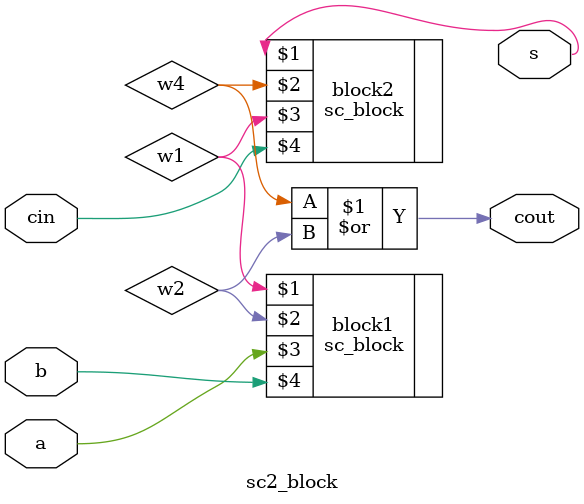
<source format=v>

module sc2_block(s, cout, a, b, cin);
	output s,cout;
	input a,b,cin;
	wire w1,w2;
	sc_block block1(w1,w2,a,b);
	wire w4;
	sc_block block2(s,w4,w1,cin);
	or o1(cout,w4,w2);
endmodule

</source>
